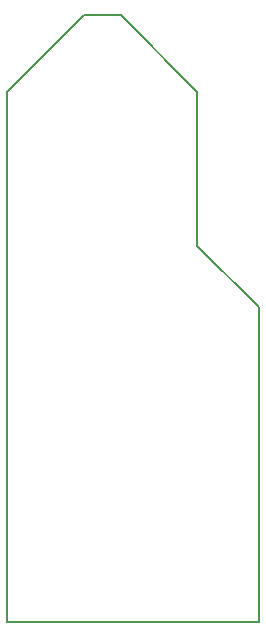
<source format=gm1>
G04 #@! TF.FileFunction,Profile,NP*
%FSLAX46Y46*%
G04 Gerber Fmt 4.6, Leading zero omitted, Abs format (unit mm)*
G04 Created by KiCad (PCBNEW (2016-03-20 BZR 6634, Git a4ba01f)-product) date 3/28/2016 2:10:45 PM*
%MOMM*%
G01*
G04 APERTURE LIST*
%ADD10C,0.100000*%
%ADD11C,0.150000*%
G04 APERTURE END LIST*
D10*
D11*
X157000000Y-123550000D02*
X157000000Y-118600000D01*
X135700000Y-123550000D02*
X157000000Y-123550000D01*
X135700000Y-118600000D02*
X135700000Y-123550000D01*
X151800000Y-91700000D02*
X151800000Y-78700000D01*
X157000000Y-96900000D02*
X151800000Y-91700000D01*
X157000000Y-118600000D02*
X157000000Y-96900000D01*
X135700000Y-78700000D02*
X142200000Y-72200000D01*
X135700000Y-118600000D02*
X135700000Y-78700000D01*
X145300000Y-72200000D02*
X151800000Y-78700000D01*
X145200000Y-72200000D02*
X145300000Y-72200000D01*
X142200000Y-72200000D02*
X145200000Y-72200000D01*
M02*

</source>
